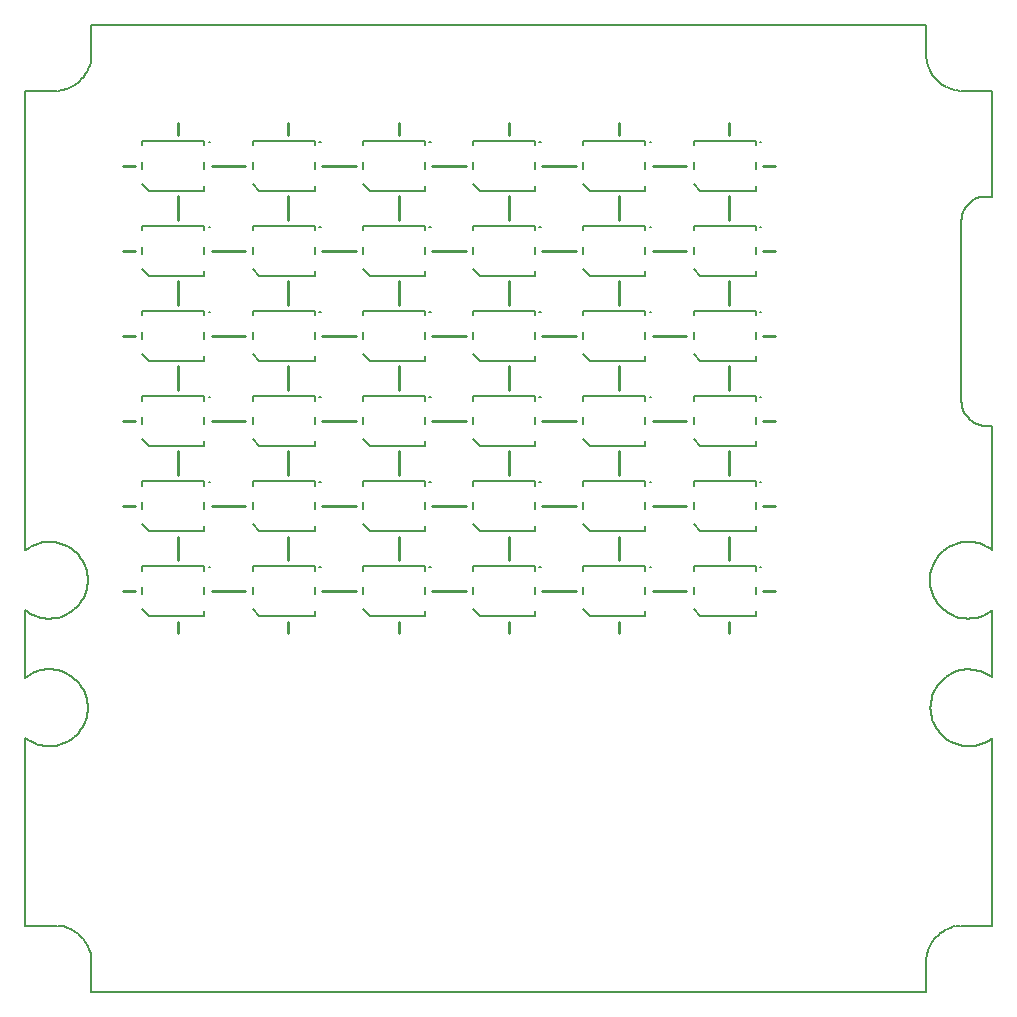
<source format=gbr>
G04*
G04 #@! TF.GenerationSoftware,Altium Limited,Altium Designer,24.1.2 (44)*
G04*
G04 Layer_Color=32896*
%FSLAX44Y44*%
%MOMM*%
G71*
G04*
G04 #@! TF.SameCoordinates,B2B3494C-DAF2-46AE-B00F-8016F5E32D17*
G04*
G04*
G04 #@! TF.FilePolarity,Positive*
G04*
G01*
G75*
%ADD10C,0.2032*%
%ADD18C,0.1524*%
%ADD20C,0.2540*%
D10*
X23557Y286041D02*
X21479Y285094D01*
X19474Y284003D01*
X17549Y282774D01*
X15716Y281414D01*
Y230586D02*
X17709Y229117D01*
X19807Y227803D01*
X22000Y226652D01*
X24274Y225672D01*
X26615Y224868D01*
X29011Y224244D01*
X31448Y223804D01*
X33911Y223551D01*
X36386Y223486D01*
X38859Y223610D01*
X41315Y223921D01*
X43741Y224419D01*
X46121Y225099D01*
X48443Y225959D01*
X15716Y338586D02*
X17709Y337117D01*
X19807Y335803D01*
X22000Y334652D01*
X24274Y333672D01*
X26615Y332868D01*
X29011Y332244D01*
X31448Y331804D01*
X33911Y331551D01*
X36386Y331486D01*
X38859Y331610D01*
X41315Y331921D01*
X43741Y332419D01*
X46121Y333099D01*
X48443Y333959D01*
X68516Y256000D02*
X68416Y258551D01*
X68116Y261087D01*
X67618Y263591D01*
X66925Y266048D01*
X66041Y268443D01*
X64972Y270762D01*
X63724Y272990D01*
X62306Y275112D01*
X60725Y277118D01*
X58992Y278992D01*
X57118Y280725D01*
X55112Y282306D01*
X52990Y283724D01*
X50762Y284972D01*
X48443Y286041D01*
X46048Y286925D01*
X43591Y287618D01*
X41087Y288116D01*
X38551Y288416D01*
X36000Y288516D01*
X33449Y288416D01*
X30913Y288116D01*
X28409Y287618D01*
X25952Y286925D01*
X23557Y286041D01*
X68516Y364000D02*
X68416Y366551D01*
X68116Y369087D01*
X67618Y371591D01*
X66925Y374048D01*
X66041Y376443D01*
X64972Y378762D01*
X63724Y380990D01*
X62306Y383112D01*
X60725Y385117D01*
X58992Y386992D01*
X57118Y388725D01*
X55112Y390306D01*
X52990Y391725D01*
X50762Y392972D01*
X48443Y394041D01*
X46048Y394925D01*
X43591Y395618D01*
X41087Y396116D01*
X38551Y396416D01*
X36000Y396516D01*
X33449Y396416D01*
X30913Y396116D01*
X28409Y395618D01*
X25952Y394925D01*
X23557Y394041D01*
X48443Y225959D02*
X50762Y227028D01*
X52990Y228276D01*
X55112Y229694D01*
X57118Y231275D01*
X58992Y233008D01*
X60725Y234883D01*
X62306Y236888D01*
X63724Y239010D01*
X64972Y241238D01*
X66041Y243557D01*
X66925Y245952D01*
X67618Y248409D01*
X68116Y250913D01*
X68416Y253449D01*
X68516Y256000D01*
X23557Y394041D02*
X21479Y393094D01*
X19474Y392003D01*
X17549Y390774D01*
X15716Y389414D01*
X48443Y333959D02*
X50762Y335028D01*
X52990Y336276D01*
X55112Y337694D01*
X57118Y339275D01*
X58992Y341008D01*
X60725Y342883D01*
X62306Y344888D01*
X63724Y347010D01*
X64972Y349238D01*
X66041Y351557D01*
X66925Y353952D01*
X67618Y356409D01*
X68116Y358913D01*
X68416Y361449D01*
X68516Y364000D01*
X826443Y333959D02*
X828521Y334906D01*
X830526Y335997D01*
X832451Y337226D01*
X834284Y338586D01*
X801557Y394041D02*
X799238Y392972D01*
X797010Y391725D01*
X794888Y390306D01*
X792883Y388725D01*
X791008Y386992D01*
X789275Y385117D01*
X787694Y383112D01*
X786275Y380990D01*
X785028Y378762D01*
X783959Y376443D01*
X783075Y374048D01*
X782382Y371591D01*
X781884Y369087D01*
X781584Y366551D01*
X781484Y364000D01*
X781584Y361449D01*
X781884Y358913D01*
X782382Y356409D01*
X783075Y353952D01*
X783959Y351557D01*
X785028Y349238D01*
X786275Y347010D01*
X787694Y344888D01*
X789275Y342883D01*
X791008Y341008D01*
X792883Y339275D01*
X794888Y337694D01*
X797010Y336276D01*
X799238Y335028D01*
X801557Y333959D01*
X803952Y333075D01*
X806409Y332382D01*
X808913Y331884D01*
X811449Y331584D01*
X814000Y331484D01*
X816551Y331584D01*
X819087Y331884D01*
X821591Y332382D01*
X824048Y333075D01*
X826443Y333959D01*
X834284Y281787D02*
X832144Y283298D01*
X829889Y284632D01*
X827534Y285779D01*
X825094Y286734D01*
X822586Y287489D01*
X820024Y288039D01*
X817427Y288382D01*
X814810Y288514D01*
X812192Y288436D01*
X809588Y288146D01*
X807016Y287649D01*
X804492Y286945D01*
X802033Y286041D01*
X826920Y225959D02*
X829496Y227160D01*
X831957Y228582D01*
X834284Y230213D01*
X802033Y286041D02*
X799715Y284972D01*
X797487Y283724D01*
X795364Y282306D01*
X793359Y280725D01*
X791485Y278992D01*
X789752Y277118D01*
X788171Y275112D01*
X786752Y272990D01*
X785505Y270762D01*
X784436Y268443D01*
X783552Y266048D01*
X782859Y263591D01*
X782361Y261087D01*
X782061Y258551D01*
X781961Y256000D01*
X782061Y253449D01*
X782361Y250913D01*
X782859Y248409D01*
X783552Y245952D01*
X784436Y243557D01*
X785505Y241238D01*
X786752Y239010D01*
X788171Y236888D01*
X789752Y234883D01*
X791485Y233008D01*
X793359Y231275D01*
X795364Y229694D01*
X797487Y228276D01*
X799715Y227028D01*
X802033Y225959D01*
X804429Y225075D01*
X806886Y224382D01*
X809390Y223884D01*
X811926Y223584D01*
X814477Y223484D01*
X817028Y223584D01*
X819564Y223884D01*
X822068Y224382D01*
X824525Y225075D01*
X826920Y225959D01*
X828860Y688773D02*
X826363Y688622D01*
X823903Y688171D01*
X821514Y687427D01*
X819233Y686401D01*
X817092Y685106D01*
X815123Y683564D01*
X813354Y681795D01*
X811811Y679825D01*
X810517Y677684D01*
X809490Y675403D01*
X808746Y673015D01*
X808295Y670554D01*
X808144Y668057D01*
Y515497D02*
X808295Y513000D01*
X808746Y510540D01*
X809490Y508151D01*
X810517Y505870D01*
X811811Y503729D01*
X813354Y501760D01*
X815123Y499991D01*
X817092Y498448D01*
X819233Y497154D01*
X821514Y496127D01*
X823903Y495383D01*
X826363Y494932D01*
X828860Y494781D01*
X834284Y389414D02*
X832291Y390883D01*
X830193Y392197D01*
X828000Y393348D01*
X825727Y394328D01*
X823385Y395132D01*
X820989Y395756D01*
X818552Y396196D01*
X816089Y396449D01*
X813614Y396514D01*
X811141Y396390D01*
X808685Y396079D01*
X806259Y395581D01*
X803879Y394901D01*
X801557Y394041D01*
X70034Y799515D02*
X70994Y803097D01*
X54530Y781642D02*
X57742Y783496D01*
X46903Y70994D02*
X50485Y70034D01*
X71059Y803426D02*
X71543Y807103D01*
X58021Y783682D02*
X60964Y785940D01*
X42897Y778457D02*
X46574Y778941D01*
X50803Y69926D02*
X54229Y68507D01*
X58021Y66318D02*
X60964Y64060D01*
X46903Y779006D02*
X50485Y779966D01*
X15716Y71565D02*
Y230586D01*
X42897Y71543D02*
X46574Y71059D01*
X71059Y46574D02*
X71543Y42897D01*
X71565Y809292D02*
X71565Y807438D01*
X61216Y786161D02*
X63839Y788784D01*
X15716Y71565D02*
X40707Y71565D01*
X64060Y60964D02*
X66318Y58021D01*
X71565Y40708D02*
X71565Y42562D01*
X71565Y15716D02*
X778435D01*
X71565Y809293D02*
Y834284D01*
X50803Y780074D02*
X54229Y781493D01*
X68507Y54229D02*
X69926Y50803D01*
X71565Y15716D02*
Y40707D01*
X66504Y792258D02*
X68358Y795470D01*
X64060Y789036D02*
X66318Y791979D01*
X40707Y778435D02*
X42562Y778435D01*
X15716Y281414D02*
Y338586D01*
X40707Y71565D02*
X42562Y71565D01*
X70034Y50485D02*
X70994Y46903D01*
X71565Y834284D02*
X778435D01*
X15716Y778435D02*
X40707Y778435D01*
X15716Y389414D02*
Y778435D01*
X54530Y68358D02*
X57742Y66504D01*
X61216Y63839D02*
X63839Y61216D01*
X66504Y57742D02*
X68358Y54530D01*
X68507Y795770D02*
X69926Y799197D01*
X778457Y42897D02*
X778941Y46574D01*
X779006Y46903D02*
X779966Y50485D01*
X781642Y54530D02*
X783496Y57742D01*
X780074Y50803D02*
X781493Y54229D01*
X786161Y61216D02*
X788784Y63839D01*
X783682Y58021D02*
X785940Y60964D01*
X789036Y64060D02*
X791979Y66318D01*
X807438Y71565D02*
X809293Y71565D01*
X834284Y71565D02*
Y230213D01*
Y281787D02*
Y338586D01*
X809293Y71565D02*
X834284Y71565D01*
X803426Y71059D02*
X807103Y71543D01*
X792258Y66504D02*
X795470Y68358D01*
X799515Y70034D02*
X803097Y70994D01*
X795770Y68507D02*
X799197Y69926D01*
X778435Y15716D02*
Y40707D01*
Y42562D02*
X778435Y40708D01*
X795770Y781493D02*
X799197Y780074D01*
X803426Y778941D02*
X807103Y778457D01*
X809293Y778435D02*
X834284Y778435D01*
X799515Y779966D02*
X803097Y779006D01*
X807438Y778435D02*
X809293Y778435D01*
X834284Y688773D02*
Y778435D01*
X828860Y688773D02*
X834284D01*
X778457Y807103D02*
X778941Y803426D01*
X780074Y799197D02*
X781493Y795770D01*
X783682Y791979D02*
X785940Y789036D01*
X779006Y803097D02*
X779966Y799515D01*
X781642Y795470D02*
X783496Y792258D01*
X789036Y785940D02*
X791979Y783682D01*
X778435Y807438D02*
X778435Y809292D01*
X786161Y788784D02*
X788784Y786161D01*
X792258Y783496D02*
X795470Y781642D01*
X778435Y809293D02*
Y834284D01*
X808144Y515497D02*
Y668057D01*
X828860Y494781D02*
X834284D01*
Y389414D02*
Y494781D01*
D18*
X172200Y734800D02*
X170800D01*
X172200D01*
Y662800D02*
X170800D01*
X172200D01*
X265540D02*
X264140D01*
X265540D01*
Y734800D02*
X264140D01*
X265540D01*
X358880Y662800D02*
X357480D01*
X358880D01*
Y734800D02*
X357480D01*
X358880D01*
X545560Y662800D02*
X544160D01*
X545560D01*
X452220D02*
X450820D01*
X452220D01*
Y734800D02*
X450820D01*
X452220D01*
X545560D02*
X544160D01*
X545560D01*
X638900D02*
X637500D01*
X638900D01*
Y662800D02*
X637500D01*
X638900D01*
Y590800D02*
X637500D01*
X638900D01*
X545560D02*
X544160D01*
X545560D01*
X452220D02*
X450820D01*
X452220D01*
X358880D02*
X357480D01*
X358880D01*
X265540D02*
X264140D01*
X265540D01*
X172200D02*
X170800D01*
X172200D01*
Y374800D02*
X170800D01*
X172200D01*
Y518800D02*
X170800D01*
X172200D01*
X265540D02*
X264140D01*
X265540D01*
X358880D02*
X357480D01*
X358880D01*
X265540Y374800D02*
X264140D01*
X265540D01*
X358880D02*
X357480D01*
X358880D01*
X452220D02*
X450820D01*
X452220D01*
X545560D02*
X544160D01*
X545560D01*
X638900D02*
X637500D01*
X638900D01*
X452220Y518800D02*
X450820D01*
X452220D01*
X545560D02*
X544160D01*
X545560D01*
X638900D02*
X637500D01*
X638900D01*
X172200Y446800D02*
X170800D01*
X172200D01*
X452220D02*
X450820D01*
X452220D01*
X545560D02*
X544160D01*
X545560D01*
X265540D02*
X264140D01*
X265540D01*
X358880D02*
X357480D01*
X358880D01*
X638900D02*
X637500D01*
X638900D01*
X114711Y732137D02*
Y736209D01*
X167289D01*
Y732137D02*
Y736209D01*
Y712137D02*
Y717862D01*
Y693791D02*
Y697862D01*
X114711Y712137D02*
Y717862D01*
X120424Y693791D02*
X167289D01*
X114711Y699504D02*
X120424Y693791D01*
X114711Y627504D02*
X120424Y621791D01*
X167289D01*
X114711Y640137D02*
Y645863D01*
X167289Y621791D02*
Y625863D01*
Y640137D02*
Y645863D01*
Y660137D02*
Y664209D01*
X114711D02*
X167289D01*
X114711Y660137D02*
Y664209D01*
X208051Y627504D02*
X213764Y621791D01*
X260629D01*
X208051Y640137D02*
Y645863D01*
X260629Y621791D02*
Y625863D01*
Y640137D02*
Y645863D01*
Y660137D02*
Y664209D01*
X208051D02*
X260629D01*
X208051Y660137D02*
Y664209D01*
Y699504D02*
X213764Y693791D01*
X260629D01*
X208051Y712137D02*
Y717862D01*
X260629Y693791D02*
Y697862D01*
Y712137D02*
Y717862D01*
Y732137D02*
Y736209D01*
X208051D02*
X260629D01*
X208051Y732137D02*
Y736209D01*
X301391Y627504D02*
X307104Y621791D01*
X353969D01*
X301391Y640137D02*
Y645863D01*
X353969Y621791D02*
Y625863D01*
Y640137D02*
Y645863D01*
Y660137D02*
Y664209D01*
X301391D02*
X353969D01*
X301391Y660137D02*
Y664209D01*
Y732137D02*
Y736209D01*
X353969D01*
Y732137D02*
Y736209D01*
Y712137D02*
Y717862D01*
Y693791D02*
Y697862D01*
X301391Y712137D02*
Y717862D01*
X307104Y693791D02*
X353969D01*
X301391Y699504D02*
X307104Y693791D01*
X488071Y627504D02*
X493784Y621791D01*
X540649D01*
X488071Y640137D02*
Y645863D01*
X540649Y621791D02*
Y625863D01*
Y640137D02*
Y645863D01*
Y660137D02*
Y664209D01*
X488071D02*
X540649D01*
X488071Y660137D02*
Y664209D01*
X394731Y660137D02*
Y664209D01*
X447309D01*
Y660137D02*
Y664209D01*
Y640137D02*
Y645863D01*
Y621791D02*
Y625863D01*
X394731Y640137D02*
Y645863D01*
X400444Y621791D02*
X447309D01*
X394731Y627504D02*
X400444Y621791D01*
X394731Y699504D02*
X400444Y693791D01*
X447309D01*
X394731Y712137D02*
Y717862D01*
X447309Y693791D02*
Y697862D01*
Y712137D02*
Y717862D01*
Y732137D02*
Y736209D01*
X394731D02*
X447309D01*
X394731Y732137D02*
Y736209D01*
X488071Y732137D02*
Y736209D01*
X540649D01*
Y732137D02*
Y736209D01*
Y712137D02*
Y717862D01*
Y693791D02*
Y697862D01*
X488071Y712137D02*
Y717862D01*
X493784Y693791D02*
X540649D01*
X488071Y699504D02*
X493784Y693791D01*
X581411Y732137D02*
Y736209D01*
X633989D01*
Y732137D02*
Y736209D01*
Y712137D02*
Y717862D01*
Y693791D02*
Y697862D01*
X581411Y712137D02*
Y717862D01*
X587124Y693791D02*
X633989D01*
X581411Y699504D02*
X587124Y693791D01*
X581411Y627504D02*
X587124Y621791D01*
X633989D01*
X581411Y640137D02*
Y645863D01*
X633989Y621791D02*
Y625863D01*
Y640137D02*
Y645863D01*
Y660137D02*
Y664209D01*
X581411D02*
X633989D01*
X581411Y660137D02*
Y664209D01*
Y555504D02*
X587124Y549791D01*
X633989D01*
X581411Y568137D02*
Y573862D01*
X633989Y549791D02*
Y553862D01*
Y568137D02*
Y573862D01*
Y588137D02*
Y592209D01*
X581411D02*
X633989D01*
X581411Y588137D02*
Y592209D01*
X488071Y588137D02*
Y592209D01*
X540649D01*
Y588137D02*
Y592209D01*
Y568137D02*
Y573862D01*
Y549791D02*
Y553862D01*
X488071Y568137D02*
Y573862D01*
X493784Y549791D02*
X540649D01*
X488071Y555504D02*
X493784Y549791D01*
X394731Y555504D02*
X400444Y549791D01*
X447309D01*
X394731Y568137D02*
Y573862D01*
X447309Y549791D02*
Y553862D01*
Y568137D02*
Y573862D01*
Y588137D02*
Y592209D01*
X394731D02*
X447309D01*
X394731Y588137D02*
Y592209D01*
X301391Y555504D02*
X307104Y549791D01*
X353969D01*
X301391Y568137D02*
Y573862D01*
X353969Y549791D02*
Y553862D01*
Y568137D02*
Y573862D01*
Y588137D02*
Y592209D01*
X301391D02*
X353969D01*
X301391Y588137D02*
Y592209D01*
X208051Y555504D02*
X213764Y549791D01*
X260629D01*
X208051Y568137D02*
Y573862D01*
X260629Y549791D02*
Y553862D01*
Y568137D02*
Y573862D01*
Y588137D02*
Y592209D01*
X208051D02*
X260629D01*
X208051Y588137D02*
Y592209D01*
X114711Y588137D02*
Y592209D01*
X167289D01*
Y588137D02*
Y592209D01*
Y568137D02*
Y573862D01*
Y549791D02*
Y553862D01*
X114711Y568137D02*
Y573862D01*
X120424Y549791D02*
X167289D01*
X114711Y555504D02*
X120424Y549791D01*
X114711Y372137D02*
Y376209D01*
X167289D01*
Y372137D02*
Y376209D01*
Y352137D02*
Y357863D01*
Y333791D02*
Y337863D01*
X114711Y352137D02*
Y357863D01*
X120424Y333791D02*
X167289D01*
X114711Y339504D02*
X120424Y333791D01*
X114711Y483504D02*
X120424Y477791D01*
X167289D01*
X114711Y496137D02*
Y501862D01*
X167289Y477791D02*
Y481862D01*
Y496137D02*
Y501862D01*
Y516137D02*
Y520209D01*
X114711D02*
X167289D01*
X114711Y516137D02*
Y520209D01*
X208051Y483504D02*
X213764Y477791D01*
X260629D01*
X208051Y496137D02*
Y501862D01*
X260629Y477791D02*
Y481862D01*
Y496137D02*
Y501862D01*
Y516137D02*
Y520209D01*
X208051D02*
X260629D01*
X208051Y516137D02*
Y520209D01*
X301391Y483504D02*
X307104Y477791D01*
X353969D01*
X301391Y496137D02*
Y501862D01*
X353969Y477791D02*
Y481862D01*
Y496137D02*
Y501862D01*
Y516137D02*
Y520209D01*
X301391D02*
X353969D01*
X301391Y516137D02*
Y520209D01*
X208051Y339504D02*
X213764Y333791D01*
X260629D01*
X208051Y352137D02*
Y357863D01*
X260629Y333791D02*
Y337863D01*
Y352137D02*
Y357863D01*
Y372137D02*
Y376209D01*
X208051D02*
X260629D01*
X208051Y372137D02*
Y376209D01*
X301391Y372137D02*
Y376209D01*
X353969D01*
Y372137D02*
Y376209D01*
Y352137D02*
Y357863D01*
Y333791D02*
Y337863D01*
X301391Y352137D02*
Y357863D01*
X307104Y333791D02*
X353969D01*
X301391Y339504D02*
X307104Y333791D01*
X394731Y372137D02*
Y376209D01*
X447309D01*
Y372137D02*
Y376209D01*
Y352137D02*
Y357863D01*
Y333791D02*
Y337863D01*
X394731Y352137D02*
Y357863D01*
X400444Y333791D02*
X447309D01*
X394731Y339504D02*
X400444Y333791D01*
X488071Y372137D02*
Y376209D01*
X540649D01*
Y372137D02*
Y376209D01*
Y352137D02*
Y357863D01*
Y333791D02*
Y337863D01*
X488071Y352137D02*
Y357863D01*
X493784Y333791D02*
X540649D01*
X488071Y339504D02*
X493784Y333791D01*
X581411Y339504D02*
X587124Y333791D01*
X633989D01*
X581411Y352137D02*
Y357863D01*
X633989Y333791D02*
Y337863D01*
Y352137D02*
Y357863D01*
Y372137D02*
Y376209D01*
X581411D02*
X633989D01*
X581411Y372137D02*
Y376209D01*
X394731Y483504D02*
X400444Y477791D01*
X447309D01*
X394731Y496137D02*
Y501862D01*
X447309Y477791D02*
Y481862D01*
Y496137D02*
Y501862D01*
Y516137D02*
Y520209D01*
X394731D02*
X447309D01*
X394731Y516137D02*
Y520209D01*
X488071Y483504D02*
X493784Y477791D01*
X540649D01*
X488071Y496137D02*
Y501862D01*
X540649Y477791D02*
Y481862D01*
Y496137D02*
Y501862D01*
Y516137D02*
Y520209D01*
X488071D02*
X540649D01*
X488071Y516137D02*
Y520209D01*
X581411Y516137D02*
Y520209D01*
X633989D01*
Y516137D02*
Y520209D01*
Y496137D02*
Y501862D01*
Y477791D02*
Y481862D01*
X581411Y496137D02*
Y501862D01*
X587124Y477791D02*
X633989D01*
X581411Y483504D02*
X587124Y477791D01*
X114711Y411504D02*
X120424Y405791D01*
X167289D01*
X114711Y424137D02*
Y429863D01*
X167289Y405791D02*
Y409863D01*
Y424137D02*
Y429863D01*
Y444137D02*
Y448209D01*
X114711D02*
X167289D01*
X114711Y444137D02*
Y448209D01*
X394731Y411504D02*
X400444Y405791D01*
X447309D01*
X394731Y424137D02*
Y429863D01*
X447309Y405791D02*
Y409863D01*
Y424137D02*
Y429863D01*
Y444137D02*
Y448209D01*
X394731D02*
X447309D01*
X394731Y444137D02*
Y448209D01*
X488071Y411504D02*
X493784Y405791D01*
X540649D01*
X488071Y424137D02*
Y429863D01*
X540649Y405791D02*
Y409863D01*
Y424137D02*
Y429863D01*
Y444137D02*
Y448209D01*
X488071D02*
X540649D01*
X488071Y444137D02*
Y448209D01*
X208051Y411504D02*
X213764Y405791D01*
X260629D01*
X208051Y424137D02*
Y429863D01*
X260629Y405791D02*
Y409863D01*
Y424137D02*
Y429863D01*
Y444137D02*
Y448209D01*
X208051D02*
X260629D01*
X208051Y444137D02*
Y448209D01*
X301391Y411504D02*
X307104Y405791D01*
X353969D01*
X301391Y424137D02*
Y429863D01*
X353969Y405791D02*
Y409863D01*
Y424137D02*
Y429863D01*
Y444137D02*
Y448209D01*
X301391D02*
X353969D01*
X301391Y444137D02*
Y448209D01*
X581411Y411504D02*
X587124Y405791D01*
X633989D01*
X581411Y424137D02*
Y429863D01*
X633989Y405791D02*
Y409863D01*
Y424137D02*
Y429863D01*
Y444137D02*
Y448209D01*
X581411D02*
X633989D01*
X581411Y444137D02*
Y448209D01*
D20*
X331700Y319110D02*
Y329000D01*
X425040Y319110D02*
Y329000D01*
X518380Y319110D02*
Y329000D01*
X611720Y319110D02*
Y329000D01*
X145020Y319110D02*
Y329000D01*
X238360Y319110D02*
Y329000D01*
X98700Y355000D02*
X108591D01*
X98700Y427000D02*
X108591D01*
X98700Y499000D02*
X108591D01*
X98700Y571000D02*
X108591D01*
X98700Y643000D02*
X108591D01*
X98700Y715000D02*
X108591D01*
X640109D02*
X650000D01*
X640109Y643000D02*
X650000D01*
X640109Y571000D02*
X650000D01*
X640109Y499000D02*
X650000D01*
X640109Y427000D02*
X650000D01*
X640109Y355000D02*
X650000D01*
X546769Y715000D02*
X575291D01*
X546769Y643000D02*
X575291D01*
X546769Y571000D02*
X575291D01*
X546769Y499000D02*
X575291D01*
X546769Y427000D02*
X575291D01*
X546769Y355000D02*
X575291D01*
X453429Y715000D02*
X481951D01*
X453429Y643000D02*
X481951D01*
X453429Y571000D02*
X481951D01*
X453429Y499000D02*
X481951D01*
X453429Y427000D02*
X481951D01*
X453429Y355000D02*
X481951D01*
X360089Y715000D02*
X388611D01*
X360089Y643000D02*
X388611D01*
X360089Y571000D02*
X388611D01*
X360089Y499000D02*
X388611D01*
X360089Y427000D02*
X388611D01*
X360089Y355000D02*
X388611D01*
X266749Y715000D02*
X295271D01*
X266749Y643000D02*
X295271D01*
X266749Y571000D02*
X295271D01*
X266749Y499000D02*
X295271D01*
X266749Y427000D02*
X295271D01*
X266749Y355000D02*
X295271D01*
X173409D02*
X201931D01*
X173409Y427000D02*
X201931D01*
X173409Y499000D02*
X201931D01*
X173409Y571000D02*
X201931D01*
X173409Y643000D02*
X201931D01*
X173409Y715000D02*
X201931D01*
X611720Y669000D02*
Y689000D01*
Y597000D02*
Y617000D01*
Y525000D02*
Y545000D01*
Y453000D02*
Y473000D01*
Y381000D02*
Y401000D01*
Y741000D02*
Y751110D01*
X518380Y669000D02*
Y689000D01*
Y597000D02*
Y617000D01*
Y525000D02*
Y545000D01*
Y453000D02*
Y473000D01*
Y381000D02*
Y401000D01*
Y741000D02*
Y751110D01*
X425040Y669000D02*
Y689000D01*
Y597000D02*
Y617000D01*
Y525000D02*
Y545000D01*
Y453000D02*
Y473000D01*
Y381000D02*
Y401000D01*
Y741000D02*
Y751110D01*
X331700Y669000D02*
Y689000D01*
Y597000D02*
Y617000D01*
Y525000D02*
Y545000D01*
Y453000D02*
Y473000D01*
Y381000D02*
Y401000D01*
Y741000D02*
Y751110D01*
X238360Y669000D02*
Y689000D01*
Y597000D02*
Y617000D01*
Y525000D02*
Y545000D01*
Y453000D02*
Y473000D01*
Y381000D02*
Y401000D01*
Y741000D02*
Y751110D01*
X145020Y741000D02*
Y751110D01*
Y381000D02*
Y401000D01*
Y453000D02*
Y473000D01*
Y525000D02*
Y545000D01*
Y597000D02*
Y617000D01*
Y669000D02*
Y689000D01*
M02*

</source>
